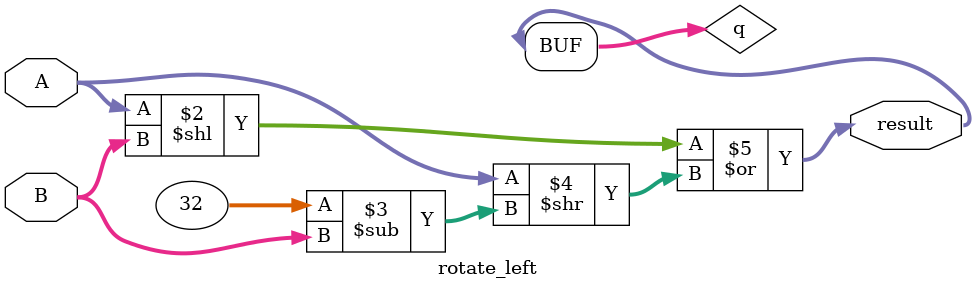
<source format=v>
module rotate_left (input [31:0] A, B, output [31:0] result);
	reg [31:0] q;
	always @ (A or B) begin
		q = (A << B) | (A >> 32-B);
	end
	assign result = q;
endmodule 
</source>
